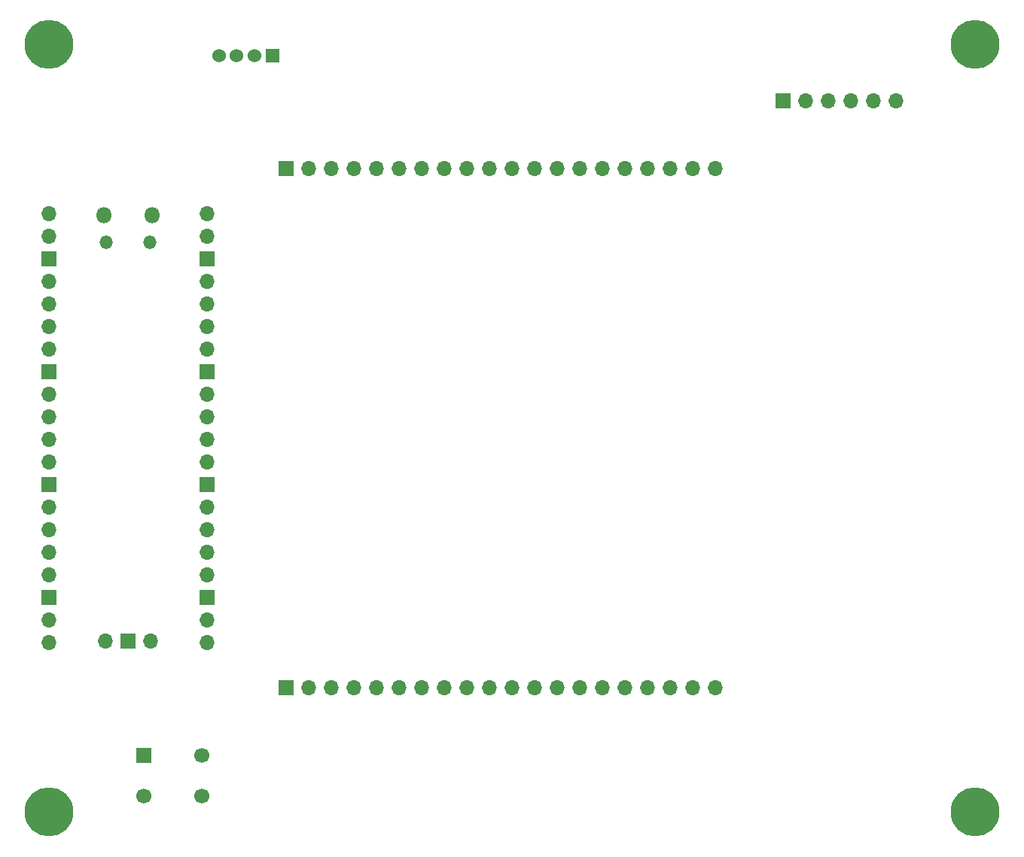
<source format=gbs>
G04 #@! TF.GenerationSoftware,KiCad,Pcbnew,7.0.11-7.0.11~ubuntu22.04.1*
G04 #@! TF.CreationDate,2024-10-29T07:47:49+09:00*
G04 #@! TF.ProjectId,Akashi-19,416b6173-6869-42d3-9139-2e6b69636164,rev?*
G04 #@! TF.SameCoordinates,Original*
G04 #@! TF.FileFunction,Soldermask,Bot*
G04 #@! TF.FilePolarity,Negative*
%FSLAX46Y46*%
G04 Gerber Fmt 4.6, Leading zero omitted, Abs format (unit mm)*
G04 Created by KiCad (PCBNEW 7.0.11-7.0.11~ubuntu22.04.1) date 2024-10-29 07:47:49*
%MOMM*%
%LPD*%
G01*
G04 APERTURE LIST*
%ADD10C,5.500000*%
%ADD11R,1.700000X1.700000*%
%ADD12O,1.700000X1.700000*%
%ADD13C,1.700000*%
%ADD14O,1.800000X1.800000*%
%ADD15O,1.500000X1.500000*%
%ADD16R,1.524000X1.524000*%
%ADD17C,1.524000*%
G04 APERTURE END LIST*
D10*
X207010000Y-57150000D03*
X102870000Y-57150000D03*
X102870000Y-143510000D03*
X207010000Y-143510000D03*
D11*
X129540000Y-129540000D03*
D12*
X132080000Y-129540000D03*
X134620000Y-129540000D03*
X137160000Y-129540000D03*
X139700000Y-129540000D03*
X142240000Y-129540000D03*
X144780000Y-129540000D03*
X147320000Y-129540000D03*
X149860000Y-129540000D03*
X152400000Y-129540000D03*
X154940000Y-129540000D03*
X157480000Y-129540000D03*
X160020000Y-129540000D03*
X162560000Y-129540000D03*
X165100000Y-129540000D03*
X167640000Y-129540000D03*
X170180000Y-129540000D03*
X172720000Y-129540000D03*
X175260000Y-129540000D03*
X177800000Y-129540000D03*
D11*
X113590000Y-137160000D03*
D13*
X120090000Y-137160000D03*
X113590000Y-141660000D03*
X120090000Y-141660000D03*
D11*
X129540000Y-71120000D03*
D12*
X132080000Y-71120000D03*
X134620000Y-71120000D03*
X137160000Y-71120000D03*
X139700000Y-71120000D03*
X142240000Y-71120000D03*
X144780000Y-71120000D03*
X147320000Y-71120000D03*
X149860000Y-71120000D03*
X152400000Y-71120000D03*
X154940000Y-71120000D03*
X157480000Y-71120000D03*
X160020000Y-71120000D03*
X162560000Y-71120000D03*
X165100000Y-71120000D03*
X167640000Y-71120000D03*
X170180000Y-71120000D03*
X172720000Y-71120000D03*
X175260000Y-71120000D03*
X177800000Y-71120000D03*
D14*
X109035000Y-76330000D03*
D15*
X109335000Y-79360000D03*
X114185000Y-79360000D03*
D14*
X114485000Y-76330000D03*
D12*
X102870000Y-76200000D03*
X102870000Y-78740000D03*
D11*
X102870000Y-81280000D03*
D12*
X102870000Y-83820000D03*
X102870000Y-86360000D03*
X102870000Y-88900000D03*
X102870000Y-91440000D03*
D11*
X102870000Y-93980000D03*
D12*
X102870000Y-96520000D03*
X102870000Y-99060000D03*
X102870000Y-101600000D03*
X102870000Y-104140000D03*
D11*
X102870000Y-106680000D03*
D12*
X102870000Y-109220000D03*
X102870000Y-111760000D03*
X102870000Y-114300000D03*
X102870000Y-116840000D03*
D11*
X102870000Y-119380000D03*
D12*
X102870000Y-121920000D03*
X102870000Y-124460000D03*
X120650000Y-124460000D03*
X120650000Y-121920000D03*
D11*
X120650000Y-119380000D03*
D12*
X120650000Y-116840000D03*
X120650000Y-114300000D03*
X120650000Y-111760000D03*
X120650000Y-109220000D03*
D11*
X120650000Y-106680000D03*
D12*
X120650000Y-104140000D03*
X120650000Y-101600000D03*
X120650000Y-99060000D03*
X120650000Y-96520000D03*
D11*
X120650000Y-93980000D03*
D12*
X120650000Y-91440000D03*
X120650000Y-88900000D03*
X120650000Y-86360000D03*
X120650000Y-83820000D03*
D11*
X120650000Y-81280000D03*
D12*
X120650000Y-78740000D03*
X120650000Y-76200000D03*
X109220000Y-124230000D03*
D11*
X111760000Y-124230000D03*
D12*
X114300000Y-124230000D03*
D11*
X185420000Y-63500000D03*
D12*
X187960000Y-63500000D03*
X190500000Y-63500000D03*
X193040000Y-63500000D03*
X195580000Y-63500000D03*
X198120000Y-63500000D03*
D16*
X128000000Y-58420000D03*
D17*
X126000000Y-58420000D03*
X124000000Y-58420000D03*
X122000000Y-58420000D03*
M02*

</source>
